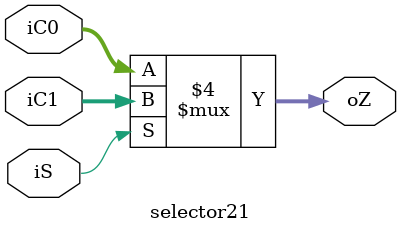
<source format=v>
module selector41(
input [31:0] iC0,
input [31:0] iC1,
input [31:0] iC2,
input [31:0] iC3,
input [1:0]iS,
output reg [31:0] oZ
    );
    always @(*)
    begin
    
    if(iS==0)
    oZ=iC0;
    else if(iS==1)
    oZ=iC1;
    else if(iS==2)
    oZ=iC2;
    else
    oZ=iC3;
    
    end

endmodule

module selector41_5(
input [4:0] iC0,
input [4:0] iC1,
input [4:0] iC2,
input [4:0] iC3,
input [1:0]iS,
output reg [4:0] oZ
    );
    always @(*)
    begin
    
    if(iS==0)
    oZ=iC0;
    else if(iS==1)
    oZ=iC1;
    else if(iS==2)
    oZ=iC2;
    else
    oZ=iC3;
    
    end

endmodule

module selector21(
input [31:0] iC0,
input [31:0] iC1,
input iS,
output reg [31:0] oZ
    );
    always @(*)
    begin
    
    if(iS==0)
    oZ=iC0;
    else
    oZ=iC1;
    
    end

endmodule
</source>
